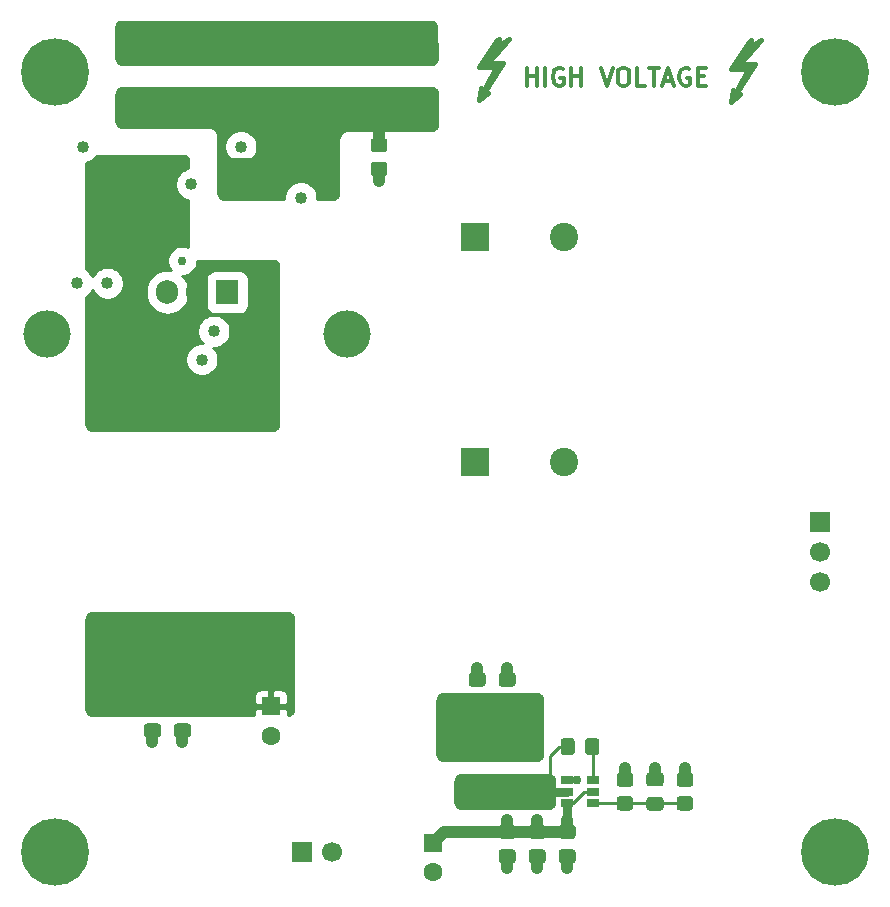
<source format=gbr>
%TF.GenerationSoftware,KiCad,Pcbnew,(5.1.9)-1*%
%TF.CreationDate,2021-10-04T18:28:45-04:00*%
%TF.ProjectId,In9 Music Visualizer RevC,496e3920-4d75-4736-9963-205669737561,rev?*%
%TF.SameCoordinates,Original*%
%TF.FileFunction,Copper,L1,Top*%
%TF.FilePolarity,Positive*%
%FSLAX46Y46*%
G04 Gerber Fmt 4.6, Leading zero omitted, Abs format (unit mm)*
G04 Created by KiCad (PCBNEW (5.1.9)-1) date 2021-10-04 18:28:45*
%MOMM*%
%LPD*%
G01*
G04 APERTURE LIST*
%TA.AperFunction,NonConductor*%
%ADD10C,0.300000*%
%TD*%
%TA.AperFunction,EtchedComponent*%
%ADD11C,0.381000*%
%TD*%
%TA.AperFunction,ComponentPad*%
%ADD12C,1.700000*%
%TD*%
%TA.AperFunction,ComponentPad*%
%ADD13R,1.700000X1.700000*%
%TD*%
%TA.AperFunction,ComponentPad*%
%ADD14C,1.600000*%
%TD*%
%TA.AperFunction,ComponentPad*%
%ADD15R,1.600000X1.600000*%
%TD*%
%TA.AperFunction,SMDPad,CuDef*%
%ADD16R,5.100000X2.350000*%
%TD*%
%TA.AperFunction,SMDPad,CuDef*%
%ADD17R,1.060000X0.650000*%
%TD*%
%TA.AperFunction,ComponentPad*%
%ADD18C,5.715000*%
%TD*%
%TA.AperFunction,ComponentPad*%
%ADD19O,1.905000X2.000000*%
%TD*%
%TA.AperFunction,ComponentPad*%
%ADD20R,1.905000X2.000000*%
%TD*%
%TA.AperFunction,SMDPad,CuDef*%
%ADD21R,14.000000X3.000000*%
%TD*%
%TA.AperFunction,ComponentPad*%
%ADD22C,4.000000*%
%TD*%
%TA.AperFunction,SMDPad,CuDef*%
%ADD23R,4.500000X3.300000*%
%TD*%
%TA.AperFunction,ComponentPad*%
%ADD24C,2.400000*%
%TD*%
%TA.AperFunction,ComponentPad*%
%ADD25R,2.400000X2.400000*%
%TD*%
%TA.AperFunction,ViaPad*%
%ADD26C,0.762000*%
%TD*%
%TA.AperFunction,ViaPad*%
%ADD27C,1.016000*%
%TD*%
%TA.AperFunction,Conductor*%
%ADD28C,1.016000*%
%TD*%
%TA.AperFunction,Conductor*%
%ADD29C,0.508000*%
%TD*%
%TA.AperFunction,Conductor*%
%ADD30C,0.254000*%
%TD*%
%TA.AperFunction,Conductor*%
%ADD31C,0.762000*%
%TD*%
%TA.AperFunction,Conductor*%
%ADD32C,0.100000*%
%TD*%
G04 APERTURE END LIST*
D10*
X95806571Y-57066571D02*
X95806571Y-55566571D01*
X95806571Y-56280857D02*
X96663714Y-56280857D01*
X96663714Y-57066571D02*
X96663714Y-55566571D01*
X97378000Y-57066571D02*
X97378000Y-55566571D01*
X98878000Y-55638000D02*
X98735142Y-55566571D01*
X98520857Y-55566571D01*
X98306571Y-55638000D01*
X98163714Y-55780857D01*
X98092285Y-55923714D01*
X98020857Y-56209428D01*
X98020857Y-56423714D01*
X98092285Y-56709428D01*
X98163714Y-56852285D01*
X98306571Y-56995142D01*
X98520857Y-57066571D01*
X98663714Y-57066571D01*
X98878000Y-56995142D01*
X98949428Y-56923714D01*
X98949428Y-56423714D01*
X98663714Y-56423714D01*
X99592285Y-57066571D02*
X99592285Y-55566571D01*
X99592285Y-56280857D02*
X100449428Y-56280857D01*
X100449428Y-57066571D02*
X100449428Y-55566571D01*
X102092285Y-55566571D02*
X102592285Y-57066571D01*
X103092285Y-55566571D01*
X103878000Y-55566571D02*
X104163714Y-55566571D01*
X104306571Y-55638000D01*
X104449428Y-55780857D01*
X104520857Y-56066571D01*
X104520857Y-56566571D01*
X104449428Y-56852285D01*
X104306571Y-56995142D01*
X104163714Y-57066571D01*
X103878000Y-57066571D01*
X103735142Y-56995142D01*
X103592285Y-56852285D01*
X103520857Y-56566571D01*
X103520857Y-56066571D01*
X103592285Y-55780857D01*
X103735142Y-55638000D01*
X103878000Y-55566571D01*
X105878000Y-57066571D02*
X105163714Y-57066571D01*
X105163714Y-55566571D01*
X106163714Y-55566571D02*
X107020857Y-55566571D01*
X106592285Y-57066571D02*
X106592285Y-55566571D01*
X107449428Y-56638000D02*
X108163714Y-56638000D01*
X107306571Y-57066571D02*
X107806571Y-55566571D01*
X108306571Y-57066571D01*
X109592285Y-55638000D02*
X109449428Y-55566571D01*
X109235142Y-55566571D01*
X109020857Y-55638000D01*
X108878000Y-55780857D01*
X108806571Y-55923714D01*
X108735142Y-56209428D01*
X108735142Y-56423714D01*
X108806571Y-56709428D01*
X108878000Y-56852285D01*
X109020857Y-56995142D01*
X109235142Y-57066571D01*
X109378000Y-57066571D01*
X109592285Y-56995142D01*
X109663714Y-56923714D01*
X109663714Y-56423714D01*
X109378000Y-56423714D01*
X110306571Y-56280857D02*
X110806571Y-56280857D01*
X111020857Y-57066571D02*
X110306571Y-57066571D01*
X110306571Y-55566571D01*
X111020857Y-55566571D01*
D11*
%TO.C,REF\u002A\u002A*%
X92075000Y-57785000D02*
X91948000Y-57277000D01*
X93218000Y-55499000D02*
X92075000Y-57785000D01*
X91821000Y-55499000D02*
X93218000Y-55499000D01*
X93345000Y-53213000D02*
X91821000Y-55499000D01*
X93599000Y-53594000D02*
X93472000Y-53086000D01*
X94361000Y-53086000D02*
X93599000Y-53594000D01*
X92583000Y-55118000D02*
X94361000Y-53086000D01*
X93853000Y-55118000D02*
X92583000Y-55118000D01*
X92075000Y-57912000D02*
X93853000Y-55118000D01*
X92583000Y-57658000D02*
X92075000Y-57912000D01*
X91821000Y-58293000D02*
X92583000Y-57658000D01*
X91948000Y-57277000D02*
X91821000Y-58293000D01*
X92202000Y-55372000D02*
X93472000Y-55372000D01*
X93599000Y-53467000D02*
X92202000Y-55372000D01*
X113411000Y-57912000D02*
X113284000Y-57404000D01*
X114554000Y-55626000D02*
X113411000Y-57912000D01*
X113157000Y-55626000D02*
X114554000Y-55626000D01*
X114681000Y-53340000D02*
X113157000Y-55626000D01*
X114935000Y-53721000D02*
X114808000Y-53213000D01*
X115697000Y-53213000D02*
X114935000Y-53721000D01*
X113919000Y-55245000D02*
X115697000Y-53213000D01*
X115189000Y-55245000D02*
X113919000Y-55245000D01*
X113411000Y-58039000D02*
X115189000Y-55245000D01*
X113919000Y-57785000D02*
X113411000Y-58039000D01*
X113157000Y-58420000D02*
X113919000Y-57785000D01*
X113284000Y-57404000D02*
X113157000Y-58420000D01*
X113538000Y-55499000D02*
X114808000Y-55499000D01*
X114935000Y-53594000D02*
X113538000Y-55499000D01*
%TD*%
D12*
%TO.P,J5,2*%
%TO.N,+5V*%
X120650000Y-96520000D03*
D13*
%TO.P,J5,1*%
%TO.N,150V*%
X120650000Y-93980000D03*
D12*
%TO.P,J5,3*%
%TO.N,GND*%
X120650000Y-99060000D03*
%TD*%
D14*
%TO.P,C22,2*%
%TO.N,GND*%
X87884000Y-123658000D03*
D15*
%TO.P,C22,1*%
%TO.N,+12V*%
X87884000Y-121158000D03*
%TD*%
D16*
%TO.P,L2,2*%
%TO.N,Net-(C18-Pad2)*%
X92710000Y-117010000D03*
%TO.P,L2,1*%
%TO.N,+5V*%
X92710000Y-112860000D03*
%TD*%
%TO.P,C18,2*%
%TO.N,Net-(C18-Pad2)*%
%TA.AperFunction,SMDPad,CuDef*%
G36*
G01*
X99880000Y-112555000D02*
X99880000Y-113505000D01*
G75*
G02*
X99630000Y-113755000I-250000J0D01*
G01*
X98955000Y-113755000D01*
G75*
G02*
X98705000Y-113505000I0J250000D01*
G01*
X98705000Y-112555000D01*
G75*
G02*
X98955000Y-112305000I250000J0D01*
G01*
X99630000Y-112305000D01*
G75*
G02*
X99880000Y-112555000I0J-250000D01*
G01*
G37*
%TD.AperFunction*%
%TO.P,C18,1*%
%TO.N,Net-(C18-Pad1)*%
%TA.AperFunction,SMDPad,CuDef*%
G36*
G01*
X101955000Y-112555000D02*
X101955000Y-113505000D01*
G75*
G02*
X101705000Y-113755000I-250000J0D01*
G01*
X101030000Y-113755000D01*
G75*
G02*
X100780000Y-113505000I0J250000D01*
G01*
X100780000Y-112555000D01*
G75*
G02*
X101030000Y-112305000I250000J0D01*
G01*
X101705000Y-112305000D01*
G75*
G02*
X101955000Y-112555000I0J-250000D01*
G01*
G37*
%TD.AperFunction*%
%TD*%
D17*
%TO.P,U3,5*%
%TO.N,+12V*%
X101430000Y-116840000D03*
%TO.P,U3,6*%
%TO.N,Net-(C18-Pad1)*%
X101430000Y-115890000D03*
%TO.P,U3,4*%
%TO.N,Net-(C23-Pad2)*%
X101430000Y-117790000D03*
%TO.P,U3,3*%
%TO.N,+12V*%
X99230000Y-117790000D03*
%TO.P,U3,2*%
%TO.N,Net-(C18-Pad2)*%
X99230000Y-116840000D03*
%TO.P,U3,1*%
%TO.N,GND*%
X99230000Y-115890000D03*
%TD*%
%TO.P,C13,2*%
%TO.N,GND*%
%TA.AperFunction,SMDPad,CuDef*%
G36*
G01*
X87540002Y-54230000D02*
X82639998Y-54230000D01*
G75*
G02*
X82390000Y-53980002I0J249998D01*
G01*
X82390000Y-52504998D01*
G75*
G02*
X82639998Y-52255000I249998J0D01*
G01*
X87540002Y-52255000D01*
G75*
G02*
X87790000Y-52504998I0J-249998D01*
G01*
X87790000Y-53980002D01*
G75*
G02*
X87540002Y-54230000I-249998J0D01*
G01*
G37*
%TD.AperFunction*%
%TO.P,C13,1*%
%TO.N,150V*%
%TA.AperFunction,SMDPad,CuDef*%
G36*
G01*
X87540002Y-59505000D02*
X82639998Y-59505000D01*
G75*
G02*
X82390000Y-59255002I0J249998D01*
G01*
X82390000Y-57779998D01*
G75*
G02*
X82639998Y-57530000I249998J0D01*
G01*
X87540002Y-57530000D01*
G75*
G02*
X87790000Y-57779998I0J-249998D01*
G01*
X87790000Y-59255002D01*
G75*
G02*
X87540002Y-59505000I-249998J0D01*
G01*
G37*
%TD.AperFunction*%
%TD*%
%TO.P,C12,2*%
%TO.N,GND*%
%TA.AperFunction,SMDPad,CuDef*%
G36*
G01*
X80555002Y-54230000D02*
X75654998Y-54230000D01*
G75*
G02*
X75405000Y-53980002I0J249998D01*
G01*
X75405000Y-52504998D01*
G75*
G02*
X75654998Y-52255000I249998J0D01*
G01*
X80555002Y-52255000D01*
G75*
G02*
X80805000Y-52504998I0J-249998D01*
G01*
X80805000Y-53980002D01*
G75*
G02*
X80555002Y-54230000I-249998J0D01*
G01*
G37*
%TD.AperFunction*%
%TO.P,C12,1*%
%TO.N,150V*%
%TA.AperFunction,SMDPad,CuDef*%
G36*
G01*
X80555002Y-59505000D02*
X75654998Y-59505000D01*
G75*
G02*
X75405000Y-59255002I0J249998D01*
G01*
X75405000Y-57779998D01*
G75*
G02*
X75654998Y-57530000I249998J0D01*
G01*
X80555002Y-57530000D01*
G75*
G02*
X80805000Y-57779998I0J-249998D01*
G01*
X80805000Y-59255002D01*
G75*
G02*
X80555002Y-59505000I-249998J0D01*
G01*
G37*
%TD.AperFunction*%
%TD*%
%TO.P,C11,2*%
%TO.N,GND*%
%TA.AperFunction,SMDPad,CuDef*%
G36*
G01*
X73570002Y-54230000D02*
X68669998Y-54230000D01*
G75*
G02*
X68420000Y-53980002I0J249998D01*
G01*
X68420000Y-52504998D01*
G75*
G02*
X68669998Y-52255000I249998J0D01*
G01*
X73570002Y-52255000D01*
G75*
G02*
X73820000Y-52504998I0J-249998D01*
G01*
X73820000Y-53980002D01*
G75*
G02*
X73570002Y-54230000I-249998J0D01*
G01*
G37*
%TD.AperFunction*%
%TO.P,C11,1*%
%TO.N,150V*%
%TA.AperFunction,SMDPad,CuDef*%
G36*
G01*
X73570002Y-59505000D02*
X68669998Y-59505000D01*
G75*
G02*
X68420000Y-59255002I0J249998D01*
G01*
X68420000Y-57779998D01*
G75*
G02*
X68669998Y-57530000I249998J0D01*
G01*
X73570002Y-57530000D01*
G75*
G02*
X73820000Y-57779998I0J-249998D01*
G01*
X73820000Y-59255002D01*
G75*
G02*
X73570002Y-59505000I-249998J0D01*
G01*
G37*
%TD.AperFunction*%
%TD*%
%TO.P,C10,2*%
%TO.N,GND*%
%TA.AperFunction,SMDPad,CuDef*%
G36*
G01*
X66585002Y-54230000D02*
X61684998Y-54230000D01*
G75*
G02*
X61435000Y-53980002I0J249998D01*
G01*
X61435000Y-52504998D01*
G75*
G02*
X61684998Y-52255000I249998J0D01*
G01*
X66585002Y-52255000D01*
G75*
G02*
X66835000Y-52504998I0J-249998D01*
G01*
X66835000Y-53980002D01*
G75*
G02*
X66585002Y-54230000I-249998J0D01*
G01*
G37*
%TD.AperFunction*%
%TO.P,C10,1*%
%TO.N,150V*%
%TA.AperFunction,SMDPad,CuDef*%
G36*
G01*
X66585002Y-59505000D02*
X61684998Y-59505000D01*
G75*
G02*
X61435000Y-59255002I0J249998D01*
G01*
X61435000Y-57779998D01*
G75*
G02*
X61684998Y-57530000I249998J0D01*
G01*
X66585002Y-57530000D01*
G75*
G02*
X66835000Y-57779998I0J-249998D01*
G01*
X66835000Y-59255002D01*
G75*
G02*
X66585002Y-59505000I-249998J0D01*
G01*
G37*
%TD.AperFunction*%
%TD*%
D18*
%TO.P,REF\u002A\u002A,1*%
%TO.N,N/C*%
X121920000Y-121920000D03*
%TD*%
%TO.P,REF\u002A\u002A,1*%
%TO.N,N/C*%
X121920000Y-55880000D03*
%TD*%
%TO.P,REF\u002A\u002A,1*%
%TO.N,N/C*%
X55880000Y-121920000D03*
%TD*%
%TO.P,REF\u002A\u002A,1*%
%TO.N,N/C*%
X55880000Y-55880000D03*
%TD*%
%TO.P,R16,2*%
%TO.N,GND*%
%TA.AperFunction,SMDPad,CuDef*%
G36*
G01*
X104590001Y-116440000D02*
X103689999Y-116440000D01*
G75*
G02*
X103440000Y-116190001I0J249999D01*
G01*
X103440000Y-115489999D01*
G75*
G02*
X103689999Y-115240000I249999J0D01*
G01*
X104590001Y-115240000D01*
G75*
G02*
X104840000Y-115489999I0J-249999D01*
G01*
X104840000Y-116190001D01*
G75*
G02*
X104590001Y-116440000I-249999J0D01*
G01*
G37*
%TD.AperFunction*%
%TO.P,R16,1*%
%TO.N,Net-(C23-Pad2)*%
%TA.AperFunction,SMDPad,CuDef*%
G36*
G01*
X104590001Y-118440000D02*
X103689999Y-118440000D01*
G75*
G02*
X103440000Y-118190001I0J249999D01*
G01*
X103440000Y-117489999D01*
G75*
G02*
X103689999Y-117240000I249999J0D01*
G01*
X104590001Y-117240000D01*
G75*
G02*
X104840000Y-117489999I0J-249999D01*
G01*
X104840000Y-118190001D01*
G75*
G02*
X104590001Y-118440000I-249999J0D01*
G01*
G37*
%TD.AperFunction*%
%TD*%
%TO.P,R15,2*%
%TO.N,Net-(C23-Pad2)*%
%TA.AperFunction,SMDPad,CuDef*%
G36*
G01*
X108769999Y-117240000D02*
X109670001Y-117240000D01*
G75*
G02*
X109920000Y-117489999I0J-249999D01*
G01*
X109920000Y-118190001D01*
G75*
G02*
X109670001Y-118440000I-249999J0D01*
G01*
X108769999Y-118440000D01*
G75*
G02*
X108520000Y-118190001I0J249999D01*
G01*
X108520000Y-117489999D01*
G75*
G02*
X108769999Y-117240000I249999J0D01*
G01*
G37*
%TD.AperFunction*%
%TO.P,R15,1*%
%TO.N,+5V*%
%TA.AperFunction,SMDPad,CuDef*%
G36*
G01*
X108769999Y-115240000D02*
X109670001Y-115240000D01*
G75*
G02*
X109920000Y-115489999I0J-249999D01*
G01*
X109920000Y-116190001D01*
G75*
G02*
X109670001Y-116440000I-249999J0D01*
G01*
X108769999Y-116440000D01*
G75*
G02*
X108520000Y-116190001I0J249999D01*
G01*
X108520000Y-115489999D01*
G75*
G02*
X108769999Y-115240000I249999J0D01*
G01*
G37*
%TD.AperFunction*%
%TD*%
%TO.P,R9,2*%
%TO.N,GND*%
%TA.AperFunction,SMDPad,CuDef*%
G36*
G01*
X82861999Y-63519000D02*
X83762001Y-63519000D01*
G75*
G02*
X84012000Y-63768999I0J-249999D01*
G01*
X84012000Y-64469001D01*
G75*
G02*
X83762001Y-64719000I-249999J0D01*
G01*
X82861999Y-64719000D01*
G75*
G02*
X82612000Y-64469001I0J249999D01*
G01*
X82612000Y-63768999D01*
G75*
G02*
X82861999Y-63519000I249999J0D01*
G01*
G37*
%TD.AperFunction*%
%TO.P,R9,1*%
%TO.N,150V*%
%TA.AperFunction,SMDPad,CuDef*%
G36*
G01*
X82861999Y-61519000D02*
X83762001Y-61519000D01*
G75*
G02*
X84012000Y-61768999I0J-249999D01*
G01*
X84012000Y-62469001D01*
G75*
G02*
X83762001Y-62719000I-249999J0D01*
G01*
X82861999Y-62719000D01*
G75*
G02*
X82612000Y-62469001I0J249999D01*
G01*
X82612000Y-61768999D01*
G75*
G02*
X82861999Y-61519000I249999J0D01*
G01*
G37*
%TD.AperFunction*%
%TD*%
D19*
%TO.P,Q2,3*%
%TO.N,Net-(C17-Pad1)*%
X65405000Y-74549000D03*
%TO.P,Q2,2*%
%TO.N,Net-(D1-Pad2)*%
X67945000Y-74549000D03*
D20*
%TO.P,Q2,1*%
%TO.N,Net-(Q2-Pad1)*%
X70485000Y-74549000D03*
%TD*%
D21*
%TO.P,L1,2*%
%TO.N,+12V*%
X66675000Y-104380000D03*
%TO.P,L1,1*%
%TO.N,Net-(D1-Pad2)*%
X66675000Y-83580000D03*
%TD*%
D12*
%TO.P,J1,2*%
%TO.N,GND*%
X79375000Y-121920000D03*
D13*
%TO.P,J1,1*%
%TO.N,+12V*%
X76835000Y-121920000D03*
%TD*%
D22*
%TO.P,HS1,1*%
%TO.N,N/C*%
X80645000Y-78105000D03*
X55245000Y-78105000D03*
%TD*%
D23*
%TO.P,D1,2*%
%TO.N,Net-(D1-Pad2)*%
X63545000Y-64770000D03*
%TO.P,D1,1*%
%TO.N,150V*%
X72345000Y-64770000D03*
%TD*%
%TO.P,C25,2*%
%TO.N,GND*%
%TA.AperFunction,SMDPad,CuDef*%
G36*
G01*
X94645500Y-107944500D02*
X93695500Y-107944500D01*
G75*
G02*
X93445500Y-107694500I0J250000D01*
G01*
X93445500Y-107019500D01*
G75*
G02*
X93695500Y-106769500I250000J0D01*
G01*
X94645500Y-106769500D01*
G75*
G02*
X94895500Y-107019500I0J-250000D01*
G01*
X94895500Y-107694500D01*
G75*
G02*
X94645500Y-107944500I-250000J0D01*
G01*
G37*
%TD.AperFunction*%
%TO.P,C25,1*%
%TO.N,+5V*%
%TA.AperFunction,SMDPad,CuDef*%
G36*
G01*
X94645500Y-110019500D02*
X93695500Y-110019500D01*
G75*
G02*
X93445500Y-109769500I0J250000D01*
G01*
X93445500Y-109094500D01*
G75*
G02*
X93695500Y-108844500I250000J0D01*
G01*
X94645500Y-108844500D01*
G75*
G02*
X94895500Y-109094500I0J-250000D01*
G01*
X94895500Y-109769500D01*
G75*
G02*
X94645500Y-110019500I-250000J0D01*
G01*
G37*
%TD.AperFunction*%
%TD*%
%TO.P,C24,2*%
%TO.N,GND*%
%TA.AperFunction,SMDPad,CuDef*%
G36*
G01*
X92105500Y-107944500D02*
X91155500Y-107944500D01*
G75*
G02*
X90905500Y-107694500I0J250000D01*
G01*
X90905500Y-107019500D01*
G75*
G02*
X91155500Y-106769500I250000J0D01*
G01*
X92105500Y-106769500D01*
G75*
G02*
X92355500Y-107019500I0J-250000D01*
G01*
X92355500Y-107694500D01*
G75*
G02*
X92105500Y-107944500I-250000J0D01*
G01*
G37*
%TD.AperFunction*%
%TO.P,C24,1*%
%TO.N,+5V*%
%TA.AperFunction,SMDPad,CuDef*%
G36*
G01*
X92105500Y-110019500D02*
X91155500Y-110019500D01*
G75*
G02*
X90905500Y-109769500I0J250000D01*
G01*
X90905500Y-109094500D01*
G75*
G02*
X91155500Y-108844500I250000J0D01*
G01*
X92105500Y-108844500D01*
G75*
G02*
X92355500Y-109094500I0J-250000D01*
G01*
X92355500Y-109769500D01*
G75*
G02*
X92105500Y-110019500I-250000J0D01*
G01*
G37*
%TD.AperFunction*%
%TD*%
%TO.P,C23,2*%
%TO.N,Net-(C23-Pad2)*%
%TA.AperFunction,SMDPad,CuDef*%
G36*
G01*
X106205000Y-117290000D02*
X107155000Y-117290000D01*
G75*
G02*
X107405000Y-117540000I0J-250000D01*
G01*
X107405000Y-118215000D01*
G75*
G02*
X107155000Y-118465000I-250000J0D01*
G01*
X106205000Y-118465000D01*
G75*
G02*
X105955000Y-118215000I0J250000D01*
G01*
X105955000Y-117540000D01*
G75*
G02*
X106205000Y-117290000I250000J0D01*
G01*
G37*
%TD.AperFunction*%
%TO.P,C23,1*%
%TO.N,+5V*%
%TA.AperFunction,SMDPad,CuDef*%
G36*
G01*
X106205000Y-115215000D02*
X107155000Y-115215000D01*
G75*
G02*
X107405000Y-115465000I0J-250000D01*
G01*
X107405000Y-116140000D01*
G75*
G02*
X107155000Y-116390000I-250000J0D01*
G01*
X106205000Y-116390000D01*
G75*
G02*
X105955000Y-116140000I0J250000D01*
G01*
X105955000Y-115465000D01*
G75*
G02*
X106205000Y-115215000I250000J0D01*
G01*
G37*
%TD.AperFunction*%
%TD*%
%TO.P,C21,2*%
%TO.N,GND*%
%TA.AperFunction,SMDPad,CuDef*%
G36*
G01*
X98775500Y-121735000D02*
X99725500Y-121735000D01*
G75*
G02*
X99975500Y-121985000I0J-250000D01*
G01*
X99975500Y-122660000D01*
G75*
G02*
X99725500Y-122910000I-250000J0D01*
G01*
X98775500Y-122910000D01*
G75*
G02*
X98525500Y-122660000I0J250000D01*
G01*
X98525500Y-121985000D01*
G75*
G02*
X98775500Y-121735000I250000J0D01*
G01*
G37*
%TD.AperFunction*%
%TO.P,C21,1*%
%TO.N,+12V*%
%TA.AperFunction,SMDPad,CuDef*%
G36*
G01*
X98775500Y-119660000D02*
X99725500Y-119660000D01*
G75*
G02*
X99975500Y-119910000I0J-250000D01*
G01*
X99975500Y-120585000D01*
G75*
G02*
X99725500Y-120835000I-250000J0D01*
G01*
X98775500Y-120835000D01*
G75*
G02*
X98525500Y-120585000I0J250000D01*
G01*
X98525500Y-119910000D01*
G75*
G02*
X98775500Y-119660000I250000J0D01*
G01*
G37*
%TD.AperFunction*%
%TD*%
%TO.P,C20,2*%
%TO.N,GND*%
%TA.AperFunction,SMDPad,CuDef*%
G36*
G01*
X96235500Y-121735000D02*
X97185500Y-121735000D01*
G75*
G02*
X97435500Y-121985000I0J-250000D01*
G01*
X97435500Y-122660000D01*
G75*
G02*
X97185500Y-122910000I-250000J0D01*
G01*
X96235500Y-122910000D01*
G75*
G02*
X95985500Y-122660000I0J250000D01*
G01*
X95985500Y-121985000D01*
G75*
G02*
X96235500Y-121735000I250000J0D01*
G01*
G37*
%TD.AperFunction*%
%TO.P,C20,1*%
%TO.N,+12V*%
%TA.AperFunction,SMDPad,CuDef*%
G36*
G01*
X96235500Y-119660000D02*
X97185500Y-119660000D01*
G75*
G02*
X97435500Y-119910000I0J-250000D01*
G01*
X97435500Y-120585000D01*
G75*
G02*
X97185500Y-120835000I-250000J0D01*
G01*
X96235500Y-120835000D01*
G75*
G02*
X95985500Y-120585000I0J250000D01*
G01*
X95985500Y-119910000D01*
G75*
G02*
X96235500Y-119660000I250000J0D01*
G01*
G37*
%TD.AperFunction*%
%TD*%
%TO.P,C19,2*%
%TO.N,GND*%
%TA.AperFunction,SMDPad,CuDef*%
G36*
G01*
X93695500Y-121735000D02*
X94645500Y-121735000D01*
G75*
G02*
X94895500Y-121985000I0J-250000D01*
G01*
X94895500Y-122660000D01*
G75*
G02*
X94645500Y-122910000I-250000J0D01*
G01*
X93695500Y-122910000D01*
G75*
G02*
X93445500Y-122660000I0J250000D01*
G01*
X93445500Y-121985000D01*
G75*
G02*
X93695500Y-121735000I250000J0D01*
G01*
G37*
%TD.AperFunction*%
%TO.P,C19,1*%
%TO.N,+12V*%
%TA.AperFunction,SMDPad,CuDef*%
G36*
G01*
X93695500Y-119660000D02*
X94645500Y-119660000D01*
G75*
G02*
X94895500Y-119910000I0J-250000D01*
G01*
X94895500Y-120585000D01*
G75*
G02*
X94645500Y-120835000I-250000J0D01*
G01*
X93695500Y-120835000D01*
G75*
G02*
X93445500Y-120585000I0J250000D01*
G01*
X93445500Y-119910000D01*
G75*
G02*
X93695500Y-119660000I250000J0D01*
G01*
G37*
%TD.AperFunction*%
%TD*%
D24*
%TO.P,C9,2*%
%TO.N,GND*%
X98940000Y-69850000D03*
D25*
%TO.P,C9,1*%
%TO.N,150V*%
X91440000Y-69850000D03*
%TD*%
D24*
%TO.P,C8,2*%
%TO.N,GND*%
X98940000Y-88900000D03*
D25*
%TO.P,C8,1*%
%TO.N,150V*%
X91440000Y-88900000D03*
%TD*%
%TO.P,C7,2*%
%TO.N,GND*%
%TA.AperFunction,SMDPad,CuDef*%
G36*
G01*
X63660000Y-111067000D02*
X64610000Y-111067000D01*
G75*
G02*
X64860000Y-111317000I0J-250000D01*
G01*
X64860000Y-111992000D01*
G75*
G02*
X64610000Y-112242000I-250000J0D01*
G01*
X63660000Y-112242000D01*
G75*
G02*
X63410000Y-111992000I0J250000D01*
G01*
X63410000Y-111317000D01*
G75*
G02*
X63660000Y-111067000I250000J0D01*
G01*
G37*
%TD.AperFunction*%
%TO.P,C7,1*%
%TO.N,+12V*%
%TA.AperFunction,SMDPad,CuDef*%
G36*
G01*
X63660000Y-108992000D02*
X64610000Y-108992000D01*
G75*
G02*
X64860000Y-109242000I0J-250000D01*
G01*
X64860000Y-109917000D01*
G75*
G02*
X64610000Y-110167000I-250000J0D01*
G01*
X63660000Y-110167000D01*
G75*
G02*
X63410000Y-109917000I0J250000D01*
G01*
X63410000Y-109242000D01*
G75*
G02*
X63660000Y-108992000I250000J0D01*
G01*
G37*
%TD.AperFunction*%
%TD*%
%TO.P,C6,2*%
%TO.N,GND*%
%TA.AperFunction,SMDPad,CuDef*%
G36*
G01*
X66200000Y-111067000D02*
X67150000Y-111067000D01*
G75*
G02*
X67400000Y-111317000I0J-250000D01*
G01*
X67400000Y-111992000D01*
G75*
G02*
X67150000Y-112242000I-250000J0D01*
G01*
X66200000Y-112242000D01*
G75*
G02*
X65950000Y-111992000I0J250000D01*
G01*
X65950000Y-111317000D01*
G75*
G02*
X66200000Y-111067000I250000J0D01*
G01*
G37*
%TD.AperFunction*%
%TO.P,C6,1*%
%TO.N,+12V*%
%TA.AperFunction,SMDPad,CuDef*%
G36*
G01*
X66200000Y-108992000D02*
X67150000Y-108992000D01*
G75*
G02*
X67400000Y-109242000I0J-250000D01*
G01*
X67400000Y-109917000D01*
G75*
G02*
X67150000Y-110167000I-250000J0D01*
G01*
X66200000Y-110167000D01*
G75*
G02*
X65950000Y-109917000I0J250000D01*
G01*
X65950000Y-109242000D01*
G75*
G02*
X66200000Y-108992000I250000J0D01*
G01*
G37*
%TD.AperFunction*%
%TD*%
D14*
%TO.P,C5,2*%
%TO.N,GND*%
X74168000Y-112101000D03*
D15*
%TO.P,C5,1*%
%TO.N,+12V*%
X74168000Y-109601000D03*
%TD*%
D26*
%TO.N,GND*%
X100076000Y-115887500D03*
D27*
X104140000Y-114808000D03*
X64135000Y-112649000D03*
X66675000Y-112649000D03*
X83312000Y-54610000D03*
X85090000Y-54610000D03*
X86995000Y-54610000D03*
X76327000Y-54610000D03*
X78105000Y-54610000D03*
X80010000Y-54610000D03*
X69342000Y-54610000D03*
X71120000Y-54610000D03*
X73025000Y-54610000D03*
X62357000Y-54610000D03*
X64135000Y-54610000D03*
X66040000Y-54610000D03*
X83312000Y-65151000D03*
X60325000Y-73787000D03*
X58293000Y-62230000D03*
X69342000Y-77851000D03*
X67437000Y-65405000D03*
X71628000Y-62230000D03*
X76708000Y-66548000D03*
X68326000Y-80264000D03*
D26*
X66675000Y-71882000D03*
D27*
X94170500Y-106362500D03*
X91630500Y-106362500D03*
X94170500Y-123317000D03*
X96710500Y-123317000D03*
X99250500Y-123317000D03*
%TO.N,+5V*%
X89090500Y-110426500D03*
X96710500Y-110426500D03*
X109220000Y-114808000D03*
X106680000Y-114808000D03*
X91630500Y-110426500D03*
X94170500Y-110426500D03*
%TO.N,+12V*%
X60960000Y-107315000D03*
X62865000Y-107315000D03*
X64770000Y-107315000D03*
X66675000Y-107315000D03*
X68580000Y-107315000D03*
X70485000Y-107315000D03*
X72390000Y-107315000D03*
X64135000Y-108585000D03*
X66675000Y-108585000D03*
X57785000Y-73787000D03*
X94170500Y-119253000D03*
X96710500Y-119253000D03*
X99250500Y-119253000D03*
%TO.N,150V*%
X83312000Y-59944000D03*
X85090000Y-59944000D03*
X86995000Y-59944000D03*
X76327000Y-59944000D03*
X78105000Y-59944000D03*
X80010000Y-59944000D03*
X69342000Y-59944000D03*
X71120000Y-59944000D03*
X73025000Y-59944000D03*
X62357000Y-59944000D03*
X66040000Y-59944000D03*
X64135000Y-59944000D03*
%TD*%
D28*
%TO.N,GND*%
X86995000Y-54610000D02*
X86995000Y-53183500D01*
X83312000Y-54610000D02*
X83312000Y-53183500D01*
X85090000Y-54610000D02*
X85090000Y-53183500D01*
X80010000Y-54610000D02*
X80010000Y-53183500D01*
X76327000Y-54610000D02*
X76327000Y-53183500D01*
X78105000Y-54610000D02*
X78105000Y-53183500D01*
X73025000Y-54610000D02*
X73025000Y-53183500D01*
X69342000Y-54610000D02*
X69342000Y-53183500D01*
X71120000Y-54610000D02*
X71120000Y-53183500D01*
X66040000Y-54610000D02*
X66040000Y-53183500D01*
X62357000Y-54610000D02*
X62357000Y-53183500D01*
X64135000Y-54610000D02*
X64135000Y-53183500D01*
X83312000Y-65151000D02*
X83312000Y-64119000D01*
X64135000Y-112649000D02*
X64135000Y-111654500D01*
X66675000Y-112649000D02*
X66675000Y-111654500D01*
X91630500Y-106362500D02*
X91630500Y-107357000D01*
X94170500Y-106362500D02*
X94170500Y-107357000D01*
X94170500Y-123317000D02*
X94170500Y-122322500D01*
X96710500Y-122322500D02*
X96710500Y-123317000D01*
X99377500Y-122449500D02*
X99250500Y-122322500D01*
X99250500Y-123317000D02*
X99250500Y-122449500D01*
X104140000Y-114808000D02*
X104140000Y-115840000D01*
D29*
X99232500Y-115887500D02*
X99230000Y-115890000D01*
X100076000Y-115887500D02*
X99232500Y-115887500D01*
D28*
%TO.N,+5V*%
X106680000Y-114808000D02*
X106680000Y-115802500D01*
X109220000Y-114808000D02*
X109220000Y-115840000D01*
X91630500Y-110426500D02*
X91630500Y-109432000D01*
X94170500Y-110426500D02*
X94170500Y-109432000D01*
%TO.N,+12V*%
X64135000Y-109579500D02*
X64135000Y-108585000D01*
X66675000Y-109579500D02*
X66675000Y-108585000D01*
X94170500Y-120247500D02*
X94170500Y-120015000D01*
X94170500Y-120015000D02*
X94170500Y-119253000D01*
X96710500Y-120247500D02*
X96710500Y-119253000D01*
X99250500Y-120247500D02*
X99250500Y-119253000D01*
X94170500Y-120247500D02*
X99250500Y-120247500D01*
D30*
X99365500Y-119138000D02*
X99250500Y-119253000D01*
X101430000Y-116840000D02*
X100711000Y-116840000D01*
X99761000Y-117790000D02*
X99230000Y-117790000D01*
X100711000Y-116840000D02*
X99761000Y-117790000D01*
D31*
X99230000Y-119232500D02*
X99250500Y-119253000D01*
X99230000Y-117983000D02*
X99230000Y-119425500D01*
D28*
X88794500Y-120247500D02*
X87884000Y-121158000D01*
X94170500Y-120247500D02*
X88794500Y-120247500D01*
%TO.N,150V*%
X86995000Y-59944000D02*
X86995000Y-58517500D01*
X83312000Y-59944000D02*
X83312000Y-58517500D01*
X85090000Y-59944000D02*
X85090000Y-58517500D01*
X80010000Y-59944000D02*
X80010000Y-58517500D01*
X76327000Y-59944000D02*
X76327000Y-58517500D01*
X78105000Y-59944000D02*
X78105000Y-58517500D01*
X73025000Y-59944000D02*
X73025000Y-58517500D01*
X69342000Y-59944000D02*
X69342000Y-58517500D01*
X71120000Y-59944000D02*
X71120000Y-58517500D01*
X62357000Y-59944000D02*
X62357000Y-58517500D01*
X66040000Y-59944000D02*
X66040000Y-58517500D01*
X64135000Y-59944000D02*
X64135000Y-58517500D01*
X83312000Y-59944000D02*
X83312000Y-62119000D01*
D31*
%TO.N,Net-(C18-Pad2)*%
X92880000Y-116840000D02*
X92710000Y-117010000D01*
X99230000Y-116840000D02*
X96774000Y-116840000D01*
D30*
X99292500Y-113030000D02*
X98552000Y-113030000D01*
X98552000Y-113030000D02*
X97790000Y-113792000D01*
X97790000Y-113792000D02*
X97790000Y-116078000D01*
%TO.N,Net-(C18-Pad1)*%
X101430000Y-113092500D02*
X101367500Y-113030000D01*
X101430000Y-115890000D02*
X101430000Y-113092500D01*
%TO.N,Net-(C23-Pad2)*%
X109182500Y-117877500D02*
X109220000Y-117840000D01*
X101480000Y-117840000D02*
X101430000Y-117790000D01*
X109220000Y-117840000D02*
X101480000Y-117840000D01*
%TD*%
%TO.N,Net-(D1-Pad2)*%
X66806197Y-63010369D02*
X66928454Y-63061010D01*
X67033436Y-63141564D01*
X67113990Y-63246546D01*
X67164631Y-63368803D01*
X67183000Y-63508328D01*
X67183000Y-64031155D01*
X67029510Y-64061686D01*
X66775273Y-64166995D01*
X66546465Y-64319880D01*
X66351880Y-64514465D01*
X66198995Y-64743273D01*
X66093686Y-64997510D01*
X66040000Y-65267408D01*
X66040000Y-65542592D01*
X66093686Y-65812490D01*
X66198995Y-66066727D01*
X66351880Y-66295535D01*
X66546465Y-66490120D01*
X66775273Y-66643005D01*
X67029510Y-66748314D01*
X67183000Y-66778845D01*
X67183000Y-70717782D01*
X67045445Y-70660805D01*
X66800084Y-70612000D01*
X66549916Y-70612000D01*
X66304555Y-70660805D01*
X66073429Y-70756541D01*
X65865422Y-70895527D01*
X65688527Y-71072422D01*
X65549541Y-71280429D01*
X65453805Y-71511555D01*
X65405000Y-71756916D01*
X65405000Y-72007084D01*
X65453805Y-72252445D01*
X65549541Y-72483571D01*
X65679541Y-72678130D01*
X65405000Y-72651090D01*
X65044004Y-72686645D01*
X64696880Y-72791944D01*
X64376968Y-72962940D01*
X64096563Y-73193063D01*
X63866440Y-73473467D01*
X63695444Y-73793379D01*
X63590145Y-74140503D01*
X63563500Y-74411035D01*
X63563500Y-74686964D01*
X63590145Y-74957496D01*
X63695444Y-75304620D01*
X63866440Y-75624532D01*
X64096563Y-75904937D01*
X64376967Y-76135060D01*
X64696879Y-76306056D01*
X65044003Y-76411355D01*
X65405000Y-76446910D01*
X65765996Y-76411355D01*
X66113120Y-76306056D01*
X66433032Y-76135060D01*
X66713437Y-75904937D01*
X66943560Y-75624533D01*
X67114556Y-75304621D01*
X67219855Y-74957497D01*
X67246500Y-74686965D01*
X67246500Y-74411036D01*
X67219855Y-74140504D01*
X67114556Y-73793380D01*
X66983933Y-73549000D01*
X68639199Y-73549000D01*
X68639199Y-75549000D01*
X68656364Y-75723274D01*
X68707197Y-75890851D01*
X68789747Y-76045291D01*
X68900841Y-76180659D01*
X69036209Y-76291753D01*
X69190649Y-76374303D01*
X69358226Y-76425136D01*
X69532500Y-76442301D01*
X71437500Y-76442301D01*
X71611774Y-76425136D01*
X71779351Y-76374303D01*
X71933791Y-76291753D01*
X72069159Y-76180659D01*
X72180253Y-76045291D01*
X72262803Y-75890851D01*
X72313636Y-75723274D01*
X72330801Y-75549000D01*
X72330801Y-73549000D01*
X72313636Y-73374726D01*
X72262803Y-73207149D01*
X72180253Y-73052709D01*
X72069159Y-72917341D01*
X71933791Y-72806247D01*
X71779351Y-72723697D01*
X71611774Y-72672864D01*
X71437500Y-72655699D01*
X69532500Y-72655699D01*
X69358226Y-72672864D01*
X69190649Y-72723697D01*
X69036209Y-72806247D01*
X68900841Y-72917341D01*
X68789747Y-73052709D01*
X68707197Y-73207149D01*
X68656364Y-73374726D01*
X68639199Y-73549000D01*
X66983933Y-73549000D01*
X66943560Y-73473467D01*
X66713437Y-73193063D01*
X66663402Y-73152000D01*
X66800084Y-73152000D01*
X67045445Y-73103195D01*
X67276571Y-73007459D01*
X67484578Y-72868473D01*
X67661473Y-72691578D01*
X67800459Y-72483571D01*
X67896195Y-72252445D01*
X67945000Y-72007084D01*
X67945000Y-71882000D01*
X74286672Y-71882000D01*
X74426197Y-71900369D01*
X74548454Y-71951010D01*
X74653436Y-72031564D01*
X74733990Y-72136546D01*
X74784631Y-72258803D01*
X74803000Y-72398328D01*
X74803000Y-85716672D01*
X74784631Y-85856197D01*
X74733990Y-85978454D01*
X74653436Y-86083436D01*
X74548454Y-86163990D01*
X74426197Y-86214631D01*
X74286672Y-86233000D01*
X59063328Y-86233000D01*
X58923803Y-86214631D01*
X58801546Y-86163990D01*
X58696564Y-86083436D01*
X58616010Y-85978454D01*
X58565369Y-85856197D01*
X58547000Y-85716672D01*
X58547000Y-80126408D01*
X66929000Y-80126408D01*
X66929000Y-80401592D01*
X66982686Y-80671490D01*
X67087995Y-80925727D01*
X67240880Y-81154535D01*
X67435465Y-81349120D01*
X67664273Y-81502005D01*
X67918510Y-81607314D01*
X68188408Y-81661000D01*
X68463592Y-81661000D01*
X68733490Y-81607314D01*
X68987727Y-81502005D01*
X69216535Y-81349120D01*
X69411120Y-81154535D01*
X69564005Y-80925727D01*
X69669314Y-80671490D01*
X69723000Y-80401592D01*
X69723000Y-80126408D01*
X69669314Y-79856510D01*
X69564005Y-79602273D01*
X69411120Y-79373465D01*
X69285655Y-79248000D01*
X69479592Y-79248000D01*
X69749490Y-79194314D01*
X70003727Y-79089005D01*
X70232535Y-78936120D01*
X70427120Y-78741535D01*
X70580005Y-78512727D01*
X70685314Y-78258490D01*
X70739000Y-77988592D01*
X70739000Y-77713408D01*
X70685314Y-77443510D01*
X70580005Y-77189273D01*
X70427120Y-76960465D01*
X70232535Y-76765880D01*
X70003727Y-76612995D01*
X69749490Y-76507686D01*
X69479592Y-76454000D01*
X69204408Y-76454000D01*
X68934510Y-76507686D01*
X68680273Y-76612995D01*
X68451465Y-76765880D01*
X68256880Y-76960465D01*
X68103995Y-77189273D01*
X67998686Y-77443510D01*
X67945000Y-77713408D01*
X67945000Y-77988592D01*
X67998686Y-78258490D01*
X68103995Y-78512727D01*
X68256880Y-78741535D01*
X68382345Y-78867000D01*
X68188408Y-78867000D01*
X67918510Y-78920686D01*
X67664273Y-79025995D01*
X67435465Y-79178880D01*
X67240880Y-79373465D01*
X67087995Y-79602273D01*
X66982686Y-79856510D01*
X66929000Y-80126408D01*
X58547000Y-80126408D01*
X58547000Y-74958005D01*
X58675535Y-74872120D01*
X58870120Y-74677535D01*
X59023005Y-74448727D01*
X59055000Y-74371485D01*
X59086995Y-74448727D01*
X59239880Y-74677535D01*
X59434465Y-74872120D01*
X59663273Y-75025005D01*
X59917510Y-75130314D01*
X60187408Y-75184000D01*
X60462592Y-75184000D01*
X60732490Y-75130314D01*
X60986727Y-75025005D01*
X61215535Y-74872120D01*
X61410120Y-74677535D01*
X61563005Y-74448727D01*
X61668314Y-74194490D01*
X61722000Y-73924592D01*
X61722000Y-73649408D01*
X61668314Y-73379510D01*
X61563005Y-73125273D01*
X61410120Y-72896465D01*
X61215535Y-72701880D01*
X60986727Y-72548995D01*
X60732490Y-72443686D01*
X60462592Y-72390000D01*
X60187408Y-72390000D01*
X59917510Y-72443686D01*
X59663273Y-72548995D01*
X59434465Y-72701880D01*
X59239880Y-72896465D01*
X59086995Y-73125273D01*
X59055000Y-73202515D01*
X59023005Y-73125273D01*
X58870120Y-72896465D01*
X58675535Y-72701880D01*
X58547000Y-72615995D01*
X58547000Y-63603845D01*
X58700490Y-63573314D01*
X58954727Y-63468005D01*
X59183535Y-63315120D01*
X59378120Y-63120535D01*
X59464005Y-62992000D01*
X66666672Y-62992000D01*
X66806197Y-63010369D01*
%TA.AperFunction,Conductor*%
D32*
G36*
X66806197Y-63010369D02*
G01*
X66928454Y-63061010D01*
X67033436Y-63141564D01*
X67113990Y-63246546D01*
X67164631Y-63368803D01*
X67183000Y-63508328D01*
X67183000Y-64031155D01*
X67029510Y-64061686D01*
X66775273Y-64166995D01*
X66546465Y-64319880D01*
X66351880Y-64514465D01*
X66198995Y-64743273D01*
X66093686Y-64997510D01*
X66040000Y-65267408D01*
X66040000Y-65542592D01*
X66093686Y-65812490D01*
X66198995Y-66066727D01*
X66351880Y-66295535D01*
X66546465Y-66490120D01*
X66775273Y-66643005D01*
X67029510Y-66748314D01*
X67183000Y-66778845D01*
X67183000Y-70717782D01*
X67045445Y-70660805D01*
X66800084Y-70612000D01*
X66549916Y-70612000D01*
X66304555Y-70660805D01*
X66073429Y-70756541D01*
X65865422Y-70895527D01*
X65688527Y-71072422D01*
X65549541Y-71280429D01*
X65453805Y-71511555D01*
X65405000Y-71756916D01*
X65405000Y-72007084D01*
X65453805Y-72252445D01*
X65549541Y-72483571D01*
X65679541Y-72678130D01*
X65405000Y-72651090D01*
X65044004Y-72686645D01*
X64696880Y-72791944D01*
X64376968Y-72962940D01*
X64096563Y-73193063D01*
X63866440Y-73473467D01*
X63695444Y-73793379D01*
X63590145Y-74140503D01*
X63563500Y-74411035D01*
X63563500Y-74686964D01*
X63590145Y-74957496D01*
X63695444Y-75304620D01*
X63866440Y-75624532D01*
X64096563Y-75904937D01*
X64376967Y-76135060D01*
X64696879Y-76306056D01*
X65044003Y-76411355D01*
X65405000Y-76446910D01*
X65765996Y-76411355D01*
X66113120Y-76306056D01*
X66433032Y-76135060D01*
X66713437Y-75904937D01*
X66943560Y-75624533D01*
X67114556Y-75304621D01*
X67219855Y-74957497D01*
X67246500Y-74686965D01*
X67246500Y-74411036D01*
X67219855Y-74140504D01*
X67114556Y-73793380D01*
X66983933Y-73549000D01*
X68639199Y-73549000D01*
X68639199Y-75549000D01*
X68656364Y-75723274D01*
X68707197Y-75890851D01*
X68789747Y-76045291D01*
X68900841Y-76180659D01*
X69036209Y-76291753D01*
X69190649Y-76374303D01*
X69358226Y-76425136D01*
X69532500Y-76442301D01*
X71437500Y-76442301D01*
X71611774Y-76425136D01*
X71779351Y-76374303D01*
X71933791Y-76291753D01*
X72069159Y-76180659D01*
X72180253Y-76045291D01*
X72262803Y-75890851D01*
X72313636Y-75723274D01*
X72330801Y-75549000D01*
X72330801Y-73549000D01*
X72313636Y-73374726D01*
X72262803Y-73207149D01*
X72180253Y-73052709D01*
X72069159Y-72917341D01*
X71933791Y-72806247D01*
X71779351Y-72723697D01*
X71611774Y-72672864D01*
X71437500Y-72655699D01*
X69532500Y-72655699D01*
X69358226Y-72672864D01*
X69190649Y-72723697D01*
X69036209Y-72806247D01*
X68900841Y-72917341D01*
X68789747Y-73052709D01*
X68707197Y-73207149D01*
X68656364Y-73374726D01*
X68639199Y-73549000D01*
X66983933Y-73549000D01*
X66943560Y-73473467D01*
X66713437Y-73193063D01*
X66663402Y-73152000D01*
X66800084Y-73152000D01*
X67045445Y-73103195D01*
X67276571Y-73007459D01*
X67484578Y-72868473D01*
X67661473Y-72691578D01*
X67800459Y-72483571D01*
X67896195Y-72252445D01*
X67945000Y-72007084D01*
X67945000Y-71882000D01*
X74286672Y-71882000D01*
X74426197Y-71900369D01*
X74548454Y-71951010D01*
X74653436Y-72031564D01*
X74733990Y-72136546D01*
X74784631Y-72258803D01*
X74803000Y-72398328D01*
X74803000Y-85716672D01*
X74784631Y-85856197D01*
X74733990Y-85978454D01*
X74653436Y-86083436D01*
X74548454Y-86163990D01*
X74426197Y-86214631D01*
X74286672Y-86233000D01*
X59063328Y-86233000D01*
X58923803Y-86214631D01*
X58801546Y-86163990D01*
X58696564Y-86083436D01*
X58616010Y-85978454D01*
X58565369Y-85856197D01*
X58547000Y-85716672D01*
X58547000Y-80126408D01*
X66929000Y-80126408D01*
X66929000Y-80401592D01*
X66982686Y-80671490D01*
X67087995Y-80925727D01*
X67240880Y-81154535D01*
X67435465Y-81349120D01*
X67664273Y-81502005D01*
X67918510Y-81607314D01*
X68188408Y-81661000D01*
X68463592Y-81661000D01*
X68733490Y-81607314D01*
X68987727Y-81502005D01*
X69216535Y-81349120D01*
X69411120Y-81154535D01*
X69564005Y-80925727D01*
X69669314Y-80671490D01*
X69723000Y-80401592D01*
X69723000Y-80126408D01*
X69669314Y-79856510D01*
X69564005Y-79602273D01*
X69411120Y-79373465D01*
X69285655Y-79248000D01*
X69479592Y-79248000D01*
X69749490Y-79194314D01*
X70003727Y-79089005D01*
X70232535Y-78936120D01*
X70427120Y-78741535D01*
X70580005Y-78512727D01*
X70685314Y-78258490D01*
X70739000Y-77988592D01*
X70739000Y-77713408D01*
X70685314Y-77443510D01*
X70580005Y-77189273D01*
X70427120Y-76960465D01*
X70232535Y-76765880D01*
X70003727Y-76612995D01*
X69749490Y-76507686D01*
X69479592Y-76454000D01*
X69204408Y-76454000D01*
X68934510Y-76507686D01*
X68680273Y-76612995D01*
X68451465Y-76765880D01*
X68256880Y-76960465D01*
X68103995Y-77189273D01*
X67998686Y-77443510D01*
X67945000Y-77713408D01*
X67945000Y-77988592D01*
X67998686Y-78258490D01*
X68103995Y-78512727D01*
X68256880Y-78741535D01*
X68382345Y-78867000D01*
X68188408Y-78867000D01*
X67918510Y-78920686D01*
X67664273Y-79025995D01*
X67435465Y-79178880D01*
X67240880Y-79373465D01*
X67087995Y-79602273D01*
X66982686Y-79856510D01*
X66929000Y-80126408D01*
X58547000Y-80126408D01*
X58547000Y-74958005D01*
X58675535Y-74872120D01*
X58870120Y-74677535D01*
X59023005Y-74448727D01*
X59055000Y-74371485D01*
X59086995Y-74448727D01*
X59239880Y-74677535D01*
X59434465Y-74872120D01*
X59663273Y-75025005D01*
X59917510Y-75130314D01*
X60187408Y-75184000D01*
X60462592Y-75184000D01*
X60732490Y-75130314D01*
X60986727Y-75025005D01*
X61215535Y-74872120D01*
X61410120Y-74677535D01*
X61563005Y-74448727D01*
X61668314Y-74194490D01*
X61722000Y-73924592D01*
X61722000Y-73649408D01*
X61668314Y-73379510D01*
X61563005Y-73125273D01*
X61410120Y-72896465D01*
X61215535Y-72701880D01*
X60986727Y-72548995D01*
X60732490Y-72443686D01*
X60462592Y-72390000D01*
X60187408Y-72390000D01*
X59917510Y-72443686D01*
X59663273Y-72548995D01*
X59434465Y-72701880D01*
X59239880Y-72896465D01*
X59086995Y-73125273D01*
X59055000Y-73202515D01*
X59023005Y-73125273D01*
X58870120Y-72896465D01*
X58675535Y-72701880D01*
X58547000Y-72615995D01*
X58547000Y-63603845D01*
X58700490Y-63573314D01*
X58954727Y-63468005D01*
X59183535Y-63315120D01*
X59378120Y-63120535D01*
X59464005Y-62992000D01*
X66666672Y-62992000D01*
X66806197Y-63010369D01*
G37*
%TD.AperFunction*%
%TD*%
D30*
%TO.N,150V*%
X87888197Y-57295369D02*
X88010454Y-57346010D01*
X88115436Y-57426564D01*
X88195990Y-57531546D01*
X88246631Y-57653803D01*
X88265000Y-57793328D01*
X88265000Y-60316672D01*
X88246631Y-60456197D01*
X88195990Y-60578454D01*
X88115436Y-60683436D01*
X88010454Y-60763990D01*
X87888197Y-60814631D01*
X87748672Y-60833000D01*
X80645000Y-60833000D01*
X80628423Y-60834086D01*
X80464073Y-60855723D01*
X80432049Y-60864304D01*
X80278899Y-60927741D01*
X80250188Y-60944318D01*
X80118675Y-61045231D01*
X80095231Y-61068675D01*
X79994318Y-61200188D01*
X79977741Y-61228899D01*
X79914304Y-61382049D01*
X79905723Y-61414073D01*
X79884086Y-61578423D01*
X79883000Y-61595000D01*
X79883000Y-66158672D01*
X79864631Y-66298197D01*
X79813990Y-66420454D01*
X79733436Y-66525436D01*
X79628454Y-66605990D01*
X79506197Y-66656631D01*
X79366672Y-66675000D01*
X78105000Y-66675000D01*
X78105000Y-66410408D01*
X78051314Y-66140510D01*
X77946005Y-65886273D01*
X77793120Y-65657465D01*
X77598535Y-65462880D01*
X77369727Y-65309995D01*
X77115490Y-65204686D01*
X76845592Y-65151000D01*
X76570408Y-65151000D01*
X76300510Y-65204686D01*
X76046273Y-65309995D01*
X75817465Y-65462880D01*
X75622880Y-65657465D01*
X75469995Y-65886273D01*
X75364686Y-66140510D01*
X75311000Y-66410408D01*
X75311000Y-66675000D01*
X70239328Y-66675000D01*
X70099803Y-66656631D01*
X69977546Y-66605990D01*
X69872564Y-66525436D01*
X69792010Y-66420454D01*
X69741369Y-66298197D01*
X69723000Y-66158672D01*
X69723000Y-62092408D01*
X70231000Y-62092408D01*
X70231000Y-62367592D01*
X70284686Y-62637490D01*
X70389995Y-62891727D01*
X70542880Y-63120535D01*
X70737465Y-63315120D01*
X70966273Y-63468005D01*
X71220510Y-63573314D01*
X71490408Y-63627000D01*
X71765592Y-63627000D01*
X72035490Y-63573314D01*
X72289727Y-63468005D01*
X72518535Y-63315120D01*
X72713120Y-63120535D01*
X72866005Y-62891727D01*
X72971314Y-62637490D01*
X73025000Y-62367592D01*
X73025000Y-62092408D01*
X72971314Y-61822510D01*
X72866005Y-61568273D01*
X72713120Y-61339465D01*
X72518535Y-61144880D01*
X72289727Y-60991995D01*
X72035490Y-60886686D01*
X71765592Y-60833000D01*
X71490408Y-60833000D01*
X71220510Y-60886686D01*
X70966273Y-60991995D01*
X70737465Y-61144880D01*
X70542880Y-61339465D01*
X70389995Y-61568273D01*
X70284686Y-61822510D01*
X70231000Y-62092408D01*
X69723000Y-62092408D01*
X69723000Y-61341000D01*
X69721914Y-61324423D01*
X69700277Y-61160073D01*
X69691696Y-61128049D01*
X69628259Y-60974899D01*
X69611682Y-60946188D01*
X69510769Y-60814675D01*
X69487325Y-60791231D01*
X69355812Y-60690318D01*
X69327101Y-60673741D01*
X69173951Y-60610304D01*
X69141927Y-60601723D01*
X68977577Y-60580086D01*
X68961000Y-60579000D01*
X61603328Y-60579000D01*
X61463803Y-60560631D01*
X61341546Y-60509990D01*
X61236564Y-60429436D01*
X61156010Y-60324454D01*
X61105369Y-60202197D01*
X61087000Y-60062672D01*
X61087000Y-57793328D01*
X61105369Y-57653803D01*
X61156010Y-57531546D01*
X61236564Y-57426564D01*
X61341546Y-57346010D01*
X61463803Y-57295369D01*
X61603328Y-57277000D01*
X87748672Y-57277000D01*
X87888197Y-57295369D01*
%TA.AperFunction,Conductor*%
D32*
G36*
X87888197Y-57295369D02*
G01*
X88010454Y-57346010D01*
X88115436Y-57426564D01*
X88195990Y-57531546D01*
X88246631Y-57653803D01*
X88265000Y-57793328D01*
X88265000Y-60316672D01*
X88246631Y-60456197D01*
X88195990Y-60578454D01*
X88115436Y-60683436D01*
X88010454Y-60763990D01*
X87888197Y-60814631D01*
X87748672Y-60833000D01*
X80645000Y-60833000D01*
X80628423Y-60834086D01*
X80464073Y-60855723D01*
X80432049Y-60864304D01*
X80278899Y-60927741D01*
X80250188Y-60944318D01*
X80118675Y-61045231D01*
X80095231Y-61068675D01*
X79994318Y-61200188D01*
X79977741Y-61228899D01*
X79914304Y-61382049D01*
X79905723Y-61414073D01*
X79884086Y-61578423D01*
X79883000Y-61595000D01*
X79883000Y-66158672D01*
X79864631Y-66298197D01*
X79813990Y-66420454D01*
X79733436Y-66525436D01*
X79628454Y-66605990D01*
X79506197Y-66656631D01*
X79366672Y-66675000D01*
X78105000Y-66675000D01*
X78105000Y-66410408D01*
X78051314Y-66140510D01*
X77946005Y-65886273D01*
X77793120Y-65657465D01*
X77598535Y-65462880D01*
X77369727Y-65309995D01*
X77115490Y-65204686D01*
X76845592Y-65151000D01*
X76570408Y-65151000D01*
X76300510Y-65204686D01*
X76046273Y-65309995D01*
X75817465Y-65462880D01*
X75622880Y-65657465D01*
X75469995Y-65886273D01*
X75364686Y-66140510D01*
X75311000Y-66410408D01*
X75311000Y-66675000D01*
X70239328Y-66675000D01*
X70099803Y-66656631D01*
X69977546Y-66605990D01*
X69872564Y-66525436D01*
X69792010Y-66420454D01*
X69741369Y-66298197D01*
X69723000Y-66158672D01*
X69723000Y-62092408D01*
X70231000Y-62092408D01*
X70231000Y-62367592D01*
X70284686Y-62637490D01*
X70389995Y-62891727D01*
X70542880Y-63120535D01*
X70737465Y-63315120D01*
X70966273Y-63468005D01*
X71220510Y-63573314D01*
X71490408Y-63627000D01*
X71765592Y-63627000D01*
X72035490Y-63573314D01*
X72289727Y-63468005D01*
X72518535Y-63315120D01*
X72713120Y-63120535D01*
X72866005Y-62891727D01*
X72971314Y-62637490D01*
X73025000Y-62367592D01*
X73025000Y-62092408D01*
X72971314Y-61822510D01*
X72866005Y-61568273D01*
X72713120Y-61339465D01*
X72518535Y-61144880D01*
X72289727Y-60991995D01*
X72035490Y-60886686D01*
X71765592Y-60833000D01*
X71490408Y-60833000D01*
X71220510Y-60886686D01*
X70966273Y-60991995D01*
X70737465Y-61144880D01*
X70542880Y-61339465D01*
X70389995Y-61568273D01*
X70284686Y-61822510D01*
X70231000Y-62092408D01*
X69723000Y-62092408D01*
X69723000Y-61341000D01*
X69721914Y-61324423D01*
X69700277Y-61160073D01*
X69691696Y-61128049D01*
X69628259Y-60974899D01*
X69611682Y-60946188D01*
X69510769Y-60814675D01*
X69487325Y-60791231D01*
X69355812Y-60690318D01*
X69327101Y-60673741D01*
X69173951Y-60610304D01*
X69141927Y-60601723D01*
X68977577Y-60580086D01*
X68961000Y-60579000D01*
X61603328Y-60579000D01*
X61463803Y-60560631D01*
X61341546Y-60509990D01*
X61236564Y-60429436D01*
X61156010Y-60324454D01*
X61105369Y-60202197D01*
X61087000Y-60062672D01*
X61087000Y-57793328D01*
X61105369Y-57653803D01*
X61156010Y-57531546D01*
X61236564Y-57426564D01*
X61341546Y-57346010D01*
X61463803Y-57295369D01*
X61603328Y-57277000D01*
X87748672Y-57277000D01*
X87888197Y-57295369D01*
G37*
%TD.AperFunction*%
%TD*%
D30*
%TO.N,+12V*%
X75696197Y-101745369D02*
X75818454Y-101796010D01*
X75923436Y-101876564D01*
X76003990Y-101981546D01*
X76054631Y-102103803D01*
X76073000Y-102243328D01*
X76073000Y-109846672D01*
X76054631Y-109986197D01*
X76003990Y-110108454D01*
X75923436Y-110213436D01*
X75818454Y-110293990D01*
X75696197Y-110344631D01*
X75605806Y-110356531D01*
X75603000Y-109886750D01*
X75444250Y-109728000D01*
X74295000Y-109728000D01*
X74295000Y-109748000D01*
X74041000Y-109748000D01*
X74041000Y-109728000D01*
X72891750Y-109728000D01*
X72733000Y-109886750D01*
X72730155Y-110363000D01*
X59063328Y-110363000D01*
X58923803Y-110344631D01*
X58801546Y-110293990D01*
X58696564Y-110213436D01*
X58616010Y-110108454D01*
X58565369Y-109986197D01*
X58547000Y-109846672D01*
X58547000Y-108801000D01*
X72729928Y-108801000D01*
X72733000Y-109315250D01*
X72891750Y-109474000D01*
X74041000Y-109474000D01*
X74041000Y-108324750D01*
X74295000Y-108324750D01*
X74295000Y-109474000D01*
X75444250Y-109474000D01*
X75603000Y-109315250D01*
X75606072Y-108801000D01*
X75593812Y-108676518D01*
X75557502Y-108556820D01*
X75498537Y-108446506D01*
X75419185Y-108349815D01*
X75322494Y-108270463D01*
X75212180Y-108211498D01*
X75092482Y-108175188D01*
X74968000Y-108162928D01*
X74453750Y-108166000D01*
X74295000Y-108324750D01*
X74041000Y-108324750D01*
X73882250Y-108166000D01*
X73368000Y-108162928D01*
X73243518Y-108175188D01*
X73123820Y-108211498D01*
X73013506Y-108270463D01*
X72916815Y-108349815D01*
X72837463Y-108446506D01*
X72778498Y-108556820D01*
X72742188Y-108676518D01*
X72729928Y-108801000D01*
X58547000Y-108801000D01*
X58547000Y-102243328D01*
X58565369Y-102103803D01*
X58616010Y-101981546D01*
X58696564Y-101876564D01*
X58801546Y-101796010D01*
X58923803Y-101745369D01*
X59063328Y-101727000D01*
X75556672Y-101727000D01*
X75696197Y-101745369D01*
%TA.AperFunction,Conductor*%
D32*
G36*
X75696197Y-101745369D02*
G01*
X75818454Y-101796010D01*
X75923436Y-101876564D01*
X76003990Y-101981546D01*
X76054631Y-102103803D01*
X76073000Y-102243328D01*
X76073000Y-109846672D01*
X76054631Y-109986197D01*
X76003990Y-110108454D01*
X75923436Y-110213436D01*
X75818454Y-110293990D01*
X75696197Y-110344631D01*
X75605806Y-110356531D01*
X75603000Y-109886750D01*
X75444250Y-109728000D01*
X74295000Y-109728000D01*
X74295000Y-109748000D01*
X74041000Y-109748000D01*
X74041000Y-109728000D01*
X72891750Y-109728000D01*
X72733000Y-109886750D01*
X72730155Y-110363000D01*
X59063328Y-110363000D01*
X58923803Y-110344631D01*
X58801546Y-110293990D01*
X58696564Y-110213436D01*
X58616010Y-110108454D01*
X58565369Y-109986197D01*
X58547000Y-109846672D01*
X58547000Y-108801000D01*
X72729928Y-108801000D01*
X72733000Y-109315250D01*
X72891750Y-109474000D01*
X74041000Y-109474000D01*
X74041000Y-108324750D01*
X74295000Y-108324750D01*
X74295000Y-109474000D01*
X75444250Y-109474000D01*
X75603000Y-109315250D01*
X75606072Y-108801000D01*
X75593812Y-108676518D01*
X75557502Y-108556820D01*
X75498537Y-108446506D01*
X75419185Y-108349815D01*
X75322494Y-108270463D01*
X75212180Y-108211498D01*
X75092482Y-108175188D01*
X74968000Y-108162928D01*
X74453750Y-108166000D01*
X74295000Y-108324750D01*
X74041000Y-108324750D01*
X73882250Y-108166000D01*
X73368000Y-108162928D01*
X73243518Y-108175188D01*
X73123820Y-108211498D01*
X73013506Y-108270463D01*
X72916815Y-108349815D01*
X72837463Y-108446506D01*
X72778498Y-108556820D01*
X72742188Y-108676518D01*
X72729928Y-108801000D01*
X58547000Y-108801000D01*
X58547000Y-102243328D01*
X58565369Y-102103803D01*
X58616010Y-101981546D01*
X58696564Y-101876564D01*
X58801546Y-101796010D01*
X58923803Y-101745369D01*
X59063328Y-101727000D01*
X75556672Y-101727000D01*
X75696197Y-101745369D01*
G37*
%TD.AperFunction*%
%TD*%
D30*
%TO.N,GND*%
X88083635Y-51807147D02*
X88136126Y-51925680D01*
X88158152Y-52061773D01*
X88243648Y-54712133D01*
X88229122Y-54854980D01*
X88180484Y-54980936D01*
X88100322Y-55089577D01*
X87994317Y-55173204D01*
X87870002Y-55225875D01*
X87727687Y-55245000D01*
X61603328Y-55245000D01*
X61463803Y-55226631D01*
X61341546Y-55175990D01*
X61236564Y-55095436D01*
X61156010Y-54990454D01*
X61105369Y-54868197D01*
X61087000Y-54728672D01*
X61087000Y-52078328D01*
X61105369Y-51938803D01*
X61156010Y-51816546D01*
X61234695Y-51714000D01*
X88009336Y-51714000D01*
X88083635Y-51807147D01*
%TA.AperFunction,Conductor*%
D32*
G36*
X88083635Y-51807147D02*
G01*
X88136126Y-51925680D01*
X88158152Y-52061773D01*
X88243648Y-54712133D01*
X88229122Y-54854980D01*
X88180484Y-54980936D01*
X88100322Y-55089577D01*
X87994317Y-55173204D01*
X87870002Y-55225875D01*
X87727687Y-55245000D01*
X61603328Y-55245000D01*
X61463803Y-55226631D01*
X61341546Y-55175990D01*
X61236564Y-55095436D01*
X61156010Y-54990454D01*
X61105369Y-54868197D01*
X61087000Y-54728672D01*
X61087000Y-52078328D01*
X61105369Y-51938803D01*
X61156010Y-51816546D01*
X61234695Y-51714000D01*
X88009336Y-51714000D01*
X88083635Y-51807147D01*
G37*
%TD.AperFunction*%
%TD*%
D30*
%TO.N,+5V*%
X96778197Y-108603369D02*
X96900454Y-108654010D01*
X97005436Y-108734564D01*
X97085990Y-108839546D01*
X97136631Y-108961803D01*
X97155000Y-109101328D01*
X97155000Y-113656672D01*
X97136631Y-113796197D01*
X97085990Y-113918454D01*
X97005436Y-114023436D01*
X96900454Y-114103990D01*
X96778197Y-114154631D01*
X96638672Y-114173000D01*
X88781328Y-114173000D01*
X88641803Y-114154631D01*
X88519546Y-114103990D01*
X88414564Y-114023436D01*
X88334010Y-113918454D01*
X88283369Y-113796197D01*
X88265000Y-113656672D01*
X88265000Y-109101328D01*
X88283369Y-108961803D01*
X88334010Y-108839546D01*
X88414564Y-108734564D01*
X88519546Y-108654010D01*
X88641803Y-108603369D01*
X88781328Y-108585000D01*
X96638672Y-108585000D01*
X96778197Y-108603369D01*
%TA.AperFunction,Conductor*%
D32*
G36*
X96778197Y-108603369D02*
G01*
X96900454Y-108654010D01*
X97005436Y-108734564D01*
X97085990Y-108839546D01*
X97136631Y-108961803D01*
X97155000Y-109101328D01*
X97155000Y-113656672D01*
X97136631Y-113796197D01*
X97085990Y-113918454D01*
X97005436Y-114023436D01*
X96900454Y-114103990D01*
X96778197Y-114154631D01*
X96638672Y-114173000D01*
X88781328Y-114173000D01*
X88641803Y-114154631D01*
X88519546Y-114103990D01*
X88414564Y-114023436D01*
X88334010Y-113918454D01*
X88283369Y-113796197D01*
X88265000Y-113656672D01*
X88265000Y-109101328D01*
X88283369Y-108961803D01*
X88334010Y-108839546D01*
X88414564Y-108734564D01*
X88519546Y-108654010D01*
X88641803Y-108603369D01*
X88781328Y-108585000D01*
X96638672Y-108585000D01*
X96778197Y-108603369D01*
G37*
%TD.AperFunction*%
%TD*%
D30*
%TO.N,Net-(C18-Pad2)*%
X97794197Y-115461369D02*
X97916454Y-115512010D01*
X98021436Y-115592564D01*
X98101990Y-115697546D01*
X98152631Y-115819803D01*
X98171000Y-115959328D01*
X98171000Y-117720672D01*
X98152631Y-117860197D01*
X98101990Y-117982454D01*
X98021436Y-118087436D01*
X97916454Y-118167990D01*
X97794197Y-118218631D01*
X97654672Y-118237000D01*
X96760402Y-118237000D01*
X96710500Y-118232085D01*
X96660598Y-118237000D01*
X94220402Y-118237000D01*
X94170500Y-118232085D01*
X94120598Y-118237000D01*
X90305328Y-118237000D01*
X90165803Y-118218631D01*
X90043546Y-118167990D01*
X89938564Y-118087436D01*
X89858010Y-117982454D01*
X89807369Y-117860197D01*
X89789000Y-117720672D01*
X89789000Y-115959328D01*
X89807369Y-115819803D01*
X89858010Y-115697546D01*
X89938564Y-115592564D01*
X90043546Y-115512010D01*
X90165803Y-115461369D01*
X90305328Y-115443000D01*
X97654672Y-115443000D01*
X97794197Y-115461369D01*
%TA.AperFunction,Conductor*%
D32*
G36*
X97794197Y-115461369D02*
G01*
X97916454Y-115512010D01*
X98021436Y-115592564D01*
X98101990Y-115697546D01*
X98152631Y-115819803D01*
X98171000Y-115959328D01*
X98171000Y-117720672D01*
X98152631Y-117860197D01*
X98101990Y-117982454D01*
X98021436Y-118087436D01*
X97916454Y-118167990D01*
X97794197Y-118218631D01*
X97654672Y-118237000D01*
X96760402Y-118237000D01*
X96710500Y-118232085D01*
X96660598Y-118237000D01*
X94220402Y-118237000D01*
X94170500Y-118232085D01*
X94120598Y-118237000D01*
X90305328Y-118237000D01*
X90165803Y-118218631D01*
X90043546Y-118167990D01*
X89938564Y-118087436D01*
X89858010Y-117982454D01*
X89807369Y-117860197D01*
X89789000Y-117720672D01*
X89789000Y-115959328D01*
X89807369Y-115819803D01*
X89858010Y-115697546D01*
X89938564Y-115592564D01*
X90043546Y-115512010D01*
X90165803Y-115461369D01*
X90305328Y-115443000D01*
X97654672Y-115443000D01*
X97794197Y-115461369D01*
G37*
%TD.AperFunction*%
%TD*%
M02*

</source>
